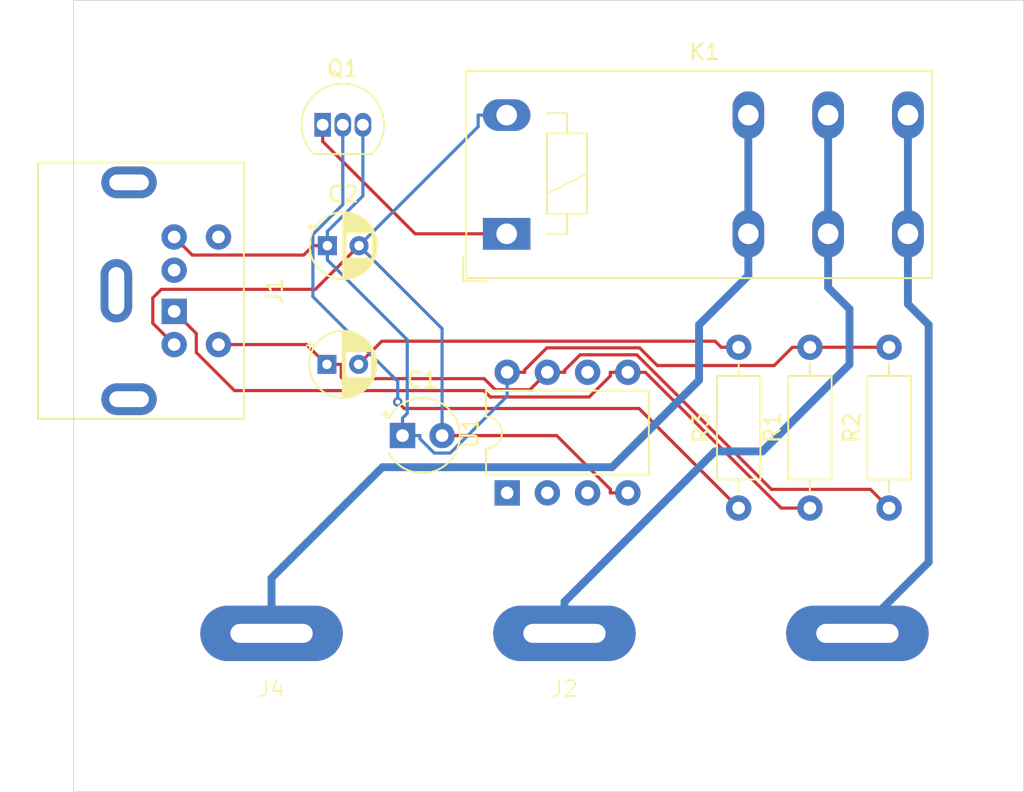
<source format=kicad_pcb>
(kicad_pcb (version 20240108) (generator "pcbnew") (generator_version "8.0")
  (layers (0 "F.Cu" signal) (31 "B.Cu" signal) (36 "B.SilkS" user "B.Silkscreen") (37 "F.SilkS" user "F.Silkscreen") (38 "B.Mask" user) (39 "F.Mask" user) (44 "Edge.Cuts" user))
  (net 0 "")
  (net 1 "Net-(Q1-E)")
  (net 2 "Net-(U1-GND)")
  (net 3 "Net-(C3-Pad2)")
  (net 4 "Net-(U1-PB2)")
  (net 6 "Net-(U1-AREF{slash}PB0)")
  (net 8 "Net-(J2-Pin_1)")
  (net 9 "Net-(J3-Pin_1)")
  (net 10 "Net-(J4-Pin_1)")
  (net 11 "Net-(Q1-C)")
  (net 12 "Net-(Q1-B)")
  (footprint "Library:Banana-Slot" (layer "F.Cu") (at 151 81.5)
    (property "Reference" "J2" (at 0 -0.5 0) (layer "F.SilkS") (effects (font (thickness 0.1))))
    (property "Value" "4mm black")
    (pad "1" thru_hole oval (at 0 -4) (size 9 3.5) (drill oval 5.2 1.2) (layers "*.Cu" "*.Mask") (net 8 "Net-(J2-Pin_1)"))
  )
  (footprint "Capacitor_THT:CP_Radial_D4.0mm_P2.00mm" (layer "F.Cu") (at 136 60.5)
    (property "Reference" "C3" (hide yes))
    (property "Value" "10u")
    (fp_line (start -1.269801 -1.195) (end -0.869801 -1.195) (stroke (width 0.12)) (layer "F.SilkS"))
    (fp_line (start -1.069801 -1.395) (end -1.069801 -0.995) (stroke (width 0.12)) (layer "F.SilkS"))
    (fp_line (start 1 -2.08) (end 1 2.08) (stroke (width 0.12)) (layer "F.SilkS"))
    (fp_line (start 1.04 -2.08) (end 1.04 2.08) (stroke (width 0.12)) (layer "F.SilkS"))
    (fp_line (start 1.08 -2.079) (end 1.08 2.079) (stroke (width 0.12)) (layer "F.SilkS"))
    (fp_line (start 1.12 -2.077) (end 1.12 2.077) (stroke (width 0.12)) (layer "F.SilkS"))
    (fp_line (start 1.16 -2.074) (end 1.16 2.074) (stroke (width 0.12)) (layer "F.SilkS"))
    (fp_line (start 1.2 -2.071) (end 1.2 -0.84) (stroke (width 0.12)) (layer "F.SilkS"))
    (fp_line (start 1.2 0.84) (end 1.2 2.071) (stroke (width 0.12)) (layer "F.SilkS"))
    (fp_line (start 1.24 -2.067) (end 1.24 -0.84) (stroke (width 0.12)) (layer "F.SilkS"))
    (fp_line (start 1.24 0.84) (end 1.24 2.067) (stroke (width 0.12)) (layer "F.SilkS"))
    (fp_line (start 1.28 -2.062) (end 1.28 -0.84) (stroke (width 0.12)) (layer "F.SilkS"))
    (fp_line (start 1.28 0.84) (end 1.28 2.062) (stroke (width 0.12)) (layer "F.SilkS"))
    (fp_line (start 1.32 -2.056) (end 1.32 -0.84) (stroke (width 0.12)) (layer "F.SilkS"))
    (fp_line (start 1.32 0.84) (end 1.32 2.056) (stroke (width 0.12)) (layer "F.SilkS"))
    (fp_line (start 1.36 -2.05) (end 1.36 -0.84) (stroke (width 0.12)) (layer "F.SilkS"))
    (fp_line (start 1.36 0.84) (end 1.36 2.05) (stroke (width 0.12)) (layer "F.SilkS"))
    (fp_line (start 1.4 -2.042) (end 1.4 -0.84) (stroke (width 0.12)) (layer "F.SilkS"))
    (fp_line (start 1.4 0.84) (end 1.4 2.042) (stroke (width 0.12)) (layer "F.SilkS"))
    (fp_line (start 1.44 -2.034) (end 1.44 -0.84) (stroke (width 0.12)) (layer "F.SilkS"))
    (fp_line (start 1.44 0.84) (end 1.44 2.034) (stroke (width 0.12)) (layer "F.SilkS"))
    (fp_line (start 1.48 -2.025) (end 1.48 -0.84) (stroke (width 0.12)) (layer "F.SilkS"))
    (fp_line (start 1.48 0.84) (end 1.48 2.025) (stroke (width 0.12)) (layer "F.SilkS"))
    (fp_line (start 1.52 -2.016) (end 1.52 -0.84) (stroke (width 0.12)) (layer "F.SilkS"))
    (fp_line (start 1.52 0.84) (end 1.52 2.016) (stroke (width 0.12)) (layer "F.SilkS"))
    (fp_line (start 1.56 -2.005) (end 1.56 -0.84) (stroke (width 0.12)) (layer "F.SilkS"))
    (fp_line (start 1.56 0.84) (end 1.56 2.005) (stroke (width 0.12)) (layer "F.SilkS"))
    (fp_line (start 1.6 -1.994) (end 1.6 -0.84) (stroke (width 0.12)) (layer "F.SilkS"))
    (fp_line (start 1.6 0.84) (end 1.6 1.994) (stroke (width 0.12)) (layer "F.SilkS"))
    (fp_line (start 1.64 -1.982) (end 1.64 -0.84) (stroke (width 0.12)) (layer "F.SilkS"))
    (fp_line (start 1.64 0.84) (end 1.64 1.982) (stroke (width 0.12)) (layer "F.SilkS"))
    (fp_line (start 1.68 -1.968) (end 1.68 -0.84) (stroke (width 0.12)) (layer "F.SilkS"))
    (fp_line (start 1.68 0.84) (end 1.68 1.968) (stroke (width 0.12)) (layer "F.SilkS"))
    (fp_line (start 1.721 -1.954) (end 1.721 -0.84) (stroke (width 0.12)) (layer "F.SilkS"))
    (fp_line (start 1.721 0.84) (end 1.721 1.954) (stroke (width 0.12)) (layer "F.SilkS"))
    (fp_line (start 1.761 -1.94) (end 1.761 -0.84) (stroke (width 0.12)) (layer "F.SilkS"))
    (fp_line (start 1.761 0.84) (end 1.761 1.94) (stroke (width 0.12)) (layer "F.SilkS"))
    (fp_line (start 1.801 -1.924) (end 1.801 -0.84) (stroke (width 0.12)) (layer "F.SilkS"))
    (fp_line (start 1.801 0.84) (end 1.801 1.924) (stroke (width 0.12)) (layer "F.SilkS"))
    (fp_line (start 1.841 -1.907) (end 1.841 -0.84) (stroke (width 0.12)) (layer "F.SilkS"))
    (fp_line (start 1.841 0.84) (end 1.841 1.907) (stroke (width 0.12)) (layer "F.SilkS"))
    (fp_line (start 1.881 -1.889) (end 1.881 -0.84) (stroke (width 0.12)) (layer "F.SilkS"))
    (fp_line (start 1.881 0.84) (end 1.881 1.889) (stroke (width 0.12)) (layer "F.SilkS"))
    (fp_line (start 1.921 -1.87) (end 1.921 -0.84) (stroke (width 0.12)) (layer "F.SilkS"))
    (fp_line (start 1.921 0.84) (end 1.921 1.87) (stroke (width 0.12)) (layer "F.SilkS"))
    (fp_line (start 1.961 -1.851) (end 1.961 -0.84) (stroke (width 0.12)) (layer "F.SilkS"))
    (fp_line (start 1.961 0.84) (end 1.961 1.851) (stroke (width 0.12)) (layer "F.SilkS"))
    (fp_line (start 2.001 -1.83) (end 2.001 -0.84) (stroke (width 0.12)) (layer "F.SilkS"))
    (fp_line (start 2.001 0.84) (end 2.001 1.83) (stroke (width 0.12)) (layer "F.SilkS"))
    (fp_line (start 2.041 -1.808) (end 2.041 -0.84) (stroke (width 0.12)) (layer "F.SilkS"))
    (fp_line (start 2.041 0.84) (end 2.041 1.808) (stroke (width 0.12)) (layer "F.SilkS"))
    (fp_line (start 2.081 -1.785) (end 2.081 -0.84) (stroke (width 0.12)) (layer "F.SilkS"))
    (fp_line (start 2.081 0.84) (end 2.081 1.785) (stroke (width 0.12)) (layer "F.SilkS"))
    (fp_line (start 2.121 -1.76) (end 2.121 -0.84) (stroke (width 0.12)) (layer "F.SilkS"))
    (fp_line (start 2.121 0.84) (end 2.121 1.76) (stroke (width 0.12)) (layer "F.SilkS"))
    (fp_line (start 2.161 -1.735) (end 2.161 -0.84) (stroke (width 0.12)) (layer "F.SilkS"))
    (fp_line (start 2.161 0.84) (end 2.161 1.735) (stroke (width 0.12)) (layer "F.SilkS"))
    (fp_line (start 2.201 -1.708) (end 2.201 -0.84) (stroke (width 0.12)) (layer "F.SilkS"))
    (fp_line (start 2.201 0.84) (end 2.201 1.708) (stroke (width 0.12)) (layer "F.SilkS"))
    (fp_line (start 2.241 -1.68) (end 2.241 -0.84) (stroke (width 0.12)) (layer "F.SilkS"))
    (fp_line (start 2.241 0.84) (end 2.241 1.68) (stroke (width 0.12)) (layer "F.SilkS"))
    (fp_line (start 2.281 -1.65) (end 2.281 -0.84) (stroke (width 0.12)) (layer "F.SilkS"))
    (fp_line (start 2.281 0.84) (end 2.281 1.65) (stroke (width 0.12)) (layer "F.SilkS"))
    (fp_line (start 2.321 -1.619) (end 2.321 -0.84) (stroke (width 0.12)) (layer "F.SilkS"))
    (fp_line (start 2.321 0.84) (end 2.321 1.619) (stroke (width 0.12)) (layer "F.SilkS"))
    (fp_line (start 2.361 -1.587) (end 2.361 -0.84) (stroke (width 0.12)) (layer "F.SilkS"))
    (fp_line (start 2.361 0.84) (end 2.361 1.587) (stroke (width 0.12)) (layer "F.SilkS"))
    (fp_line (start 2.401 -1.552) (end 2.401 -0.84) (stroke (width 0.12)) (layer "F.SilkS"))
    (fp_line (start 2.401 0.84) (end 2.401 1.552) (stroke (width 0.12)) (layer "F.SilkS"))
    (fp_line (start 2.441 -1.516) (end 2.441 -0.84) (stroke (width 0.12)) (layer "F.SilkS"))
    (fp_line (start 2.441 0.84) (end 2.441 1.516) (stroke (width 0.12)) (layer "F.SilkS"))
    (fp_line (start 2.481 -1.478) (end 2.481 -0.84) (stroke (width 0.12)) (layer "F.SilkS"))
    (fp_line (start 2.481 0.84) (end 2.481 1.478) (stroke (width 0.12)) (layer "F.SilkS"))
    (fp_line (start 2.521 -1.438) (end 2.521 -0.84) (stroke (width 0.12)) (layer "F.SilkS"))
    (fp_line (start 2.521 0.84) (end 2.521 1.438) (stroke (width 0.12)) (layer "F.SilkS"))
    (fp_line (start 2.561 -1.396) (end 2.561 -0.84) (stroke (width 0.12)) (layer "F.SilkS"))
    (fp_line (start 2.561 0.84) (end 2.561 1.396) (stroke (width 0.12)) (layer "F.SilkS"))
    (fp_line (start 2.601 -1.351) (end 2.601 -0.84) (stroke (width 0.12)) (layer "F.SilkS"))
    (fp_line (start 2.601 0.84) (end 2.601 1.351) (stroke (width 0.12)) (layer "F.SilkS"))
    (fp_line (start 2.641 -1.304) (end 2.641 -0.84) (stroke (width 0.12)) (layer "F.SilkS"))
    (fp_line (start 2.641 0.84) (end 2.641 1.304) (stroke (width 0.12)) (layer "F.SilkS"))
    (fp_line (start 2.681 -1.254) (end 2.681 -0.84) (stroke (width 0.12)) (layer "F.SilkS"))
    (fp_line (start 2.681 0.84) (end 2.681 1.254) (stroke (width 0.12)) (layer "F.SilkS"))
    (fp_line (start 2.721 -1.2) (end 2.721 -0.84) (stroke (width 0.12)) (layer "F.SilkS"))
    (fp_line (start 2.721 0.84) (end 2.721 1.2) (stroke (width 0.12)) (layer "F.SilkS"))
    (fp_line (start 2.761 -1.142) (end 2.761 -0.84) (stroke (width 0.12)) (layer "F.SilkS"))
    (fp_line (start 2.761 0.84) (end 2.761 1.142) (stroke (width 0.12)) (layer "F.SilkS"))
    (fp_line (start 2.801 -1.08) (end 2.801 -0.84) (stroke (width 0.12)) (layer "F.SilkS"))
    (fp_line (start 2.801 0.84) (end 2.801 1.08) (stroke (width 0.12)) (layer "F.SilkS"))
    (fp_line (start 2.841 -1.013) (end 2.841 1.013) (stroke (width 0.12)) (layer "F.SilkS"))
    (fp_line (start 2.881 -0.94) (end 2.881 0.94) (stroke (width 0.12)) (layer "F.SilkS"))
    (fp_line (start 2.921 -0.859) (end 2.921 0.859) (stroke (width 0.12)) (layer "F.SilkS"))
    (fp_line (start 2.961 -0.768) (end 2.961 0.768) (stroke (width 0.12)) (layer "F.SilkS"))
    (fp_line (start 3.001 -0.664) (end 3.001 0.664) (stroke (width 0.12)) (layer "F.SilkS"))
    (fp_line (start 3.041 -0.537) (end 3.041 0.537) (stroke (width 0.12)) (layer "F.SilkS"))
    (fp_line (start 3.081 -0.37) (end 3.081 0.37) (stroke (width 0.12)) (layer "F.SilkS"))
    (fp_circle (center 1 0) (end 3.12 0) (stroke (width 0.12)) (fill none) (layer "F.SilkS"))
    (pad "1" thru_hole rect (at 0 0) (size 1.2 1.2) (drill 0.6) (layers "*.Cu" "*.Mask") (net 4 "Net-(U1-PB2)"))
    (pad "2" thru_hole circle (at 2 0) (size 1.2 1.2) (drill 0.6) (layers "*.Cu" "*.Mask") (net 3 "Net-(C3-Pad2)"))
  )
  (footprint "Library:Banana-Slot" (layer "F.Cu") (at 132.5 81.5)
    (property "Reference" "J4" (at 0 -0.5 0) (layer "F.SilkS") (effects (font (thickness 0.1))))
    (property "Value" "4mm blue")
    (pad "1" thru_hole oval (at 0 -4) (size 9 3.5) (drill oval 5.2 1.2) (layers "*.Cu" "*.Mask") (net 10 "Net-(J4-Pin_1)"))
  )
  (footprint "Resistor_THT:R_Axial_DIN0207_L6.3mm_D2.5mm_P10.16mm_Horizontal" (layer "F.Cu") (at 171.5 69.58 90)
    (property "Reference" "R2" (at 5.08 -2.37 90) (layer "F.SilkS"))
    (property "Value" "5k1")
    (fp_line (start 8.35 -1.37) (end 1.81 -1.37) (stroke (width 0.12)) (layer "F.SilkS"))
    (fp_line (start 1.81 -1.37) (end 1.81 1.37) (stroke (width 0.12)) (layer "F.SilkS"))
    (fp_line (start 9.12 0) (end 8.35 0) (stroke (width 0.12)) (layer "F.SilkS"))
    (fp_line (start 1.04 0) (end 1.81 0) (stroke (width 0.12)) (layer "F.SilkS"))
    (fp_line (start 8.35 1.37) (end 8.35 -1.37) (stroke (width 0.12)) (layer "F.SilkS"))
    (fp_line (start 1.81 1.37) (end 8.35 1.37) (stroke (width 0.12)) (layer "F.SilkS"))
    (pad "1" thru_hole circle (at 0 0 90) (size 1.6 1.6) (drill 0.8) (layers "*.Cu" "*.Mask") (net 4 "Net-(U1-PB2)"))
    (pad "2" thru_hole oval (at 10.16 0 90) (size 1.6 1.6) (drill 0.8) (layers "*.Cu" "*.Mask") (net 1 "Net-(Q1-E)"))
  )
  (footprint "Package_TO_SOT_THT:TO-92_Inline" (layer "F.Cu") (at 135.73 45.36)
    (property "Reference" "Q1" (at 1.27 -3.56 0) (layer "F.SilkS"))
    (property "Value" "BC557")
    (fp_line (start -0.53 1.85) (end 3.07 1.85) (stroke (width 0.12)) (layer "F.SilkS"))
    (fp_arc (start -0.568478 1.838478) (mid -1.132087 -0.994977) (end 1.27 -2.6) (stroke (width 0.12)) (layer "F.SilkS"))
    (fp_arc (start 1.27 -2.6) (mid 3.672087 -0.994977) (end 3.108478 1.838478) (stroke (width 0.12)) (layer "F.SilkS"))
    (pad "1" thru_hole rect (at 0 0) (size 1.05 1.5) (drill 0.75) (layers "*.Cu" "*.Mask") (net 11 "Net-(Q1-C)"))
    (pad "2" thru_hole oval (at 1.27 0) (size 1.05 1.5) (drill 0.75) (layers "*.Cu" "*.Mask") (net 12 "Net-(Q1-B)"))
    (pad "3" thru_hole oval (at 2.54 0) (size 1.05 1.5) (drill 0.75) (layers "*.Cu" "*.Mask") (net 1 "Net-(Q1-E)"))
  )
  (footprint "Capacitor_THT:CP_Radial_Tantal_D4.5mm_P2.50mm" (layer "F.Cu") (at 140.7711 65)
    (property "Reference" "C1" (at 1.25 -3.5 0) (layer "F.SilkS"))
    (property "Value" "100n")
    (fp_line (start -1.287288 -1.335) (end -0.837288 -1.335) (stroke (width 0.12)) (layer "F.SilkS"))
    (fp_line (start -1.062288 -1.56) (end -1.062288 -1.11) (stroke (width 0.12)) (layer "F.SilkS"))
    (fp_arc (start -0.869741 -1.06) (mid 3.62 0) (end -0.869741 1.06) (stroke (width 0.12)) (layer "F.SilkS"))
    (pad "1" thru_hole rect (at 0 0) (size 1.6 1.6) (drill 0.8) (layers "*.Cu" "*.Mask") (net 1 "Net-(Q1-E)"))
    (pad "2" thru_hole circle (at 2.5 0) (size 1.6 1.6) (drill 0.8) (layers "*.Cu" "*.Mask") (net 2 "Net-(U1-GND)"))
  )
  (footprint "Library:Banana-Slot" (layer "F.Cu") (at 169.5 81.5)
    (property "Reference" "J3" (hide yes))
    (property "Value" "4mm red")
    (pad "1" thru_hole oval (at 0 -4) (size 9 3.5) (drill oval 5.2 1.2) (layers "*.Cu" "*.Mask") (net 9 "Net-(J3-Pin_1)"))
  )
  (footprint "Capacitor_THT:CP_Radial_D4.0mm_P2.00mm" (layer "F.Cu") (at 136.0274 53)
    (property "Reference" "C2" (at 1 -3.25 0) (layer "F.SilkS"))
    (property "Value" "10u")
    (fp_line (start -1.269801 -1.195) (end -0.869801 -1.195) (stroke (width 0.12)) (layer "F.SilkS"))
    (fp_line (start -1.069801 -1.395) (end -1.069801 -0.995) (stroke (width 0.12)) (layer "F.SilkS"))
    (fp_line (start 1 -2.08) (end 1 2.08) (stroke (width 0.12)) (layer "F.SilkS"))
    (fp_line (start 1.04 -2.08) (end 1.04 2.08) (stroke (width 0.12)) (layer "F.SilkS"))
    (fp_line (start 1.08 -2.079) (end 1.08 2.079) (stroke (width 0.12)) (layer "F.SilkS"))
    (fp_line (start 1.12 -2.077) (end 1.12 2.077) (stroke (width 0.12)) (layer "F.SilkS"))
    (fp_line (start 1.16 -2.074) (end 1.16 2.074) (stroke (width 0.12)) (layer "F.SilkS"))
    (fp_line (start 1.2 -2.071) (end 1.2 -0.84) (stroke (width 0.12)) (layer "F.SilkS"))
    (fp_line (start 1.2 0.84) (end 1.2 2.071) (stroke (width 0.12)) (layer "F.SilkS"))
    (fp_line (start 1.24 -2.067) (end 1.24 -0.84) (stroke (width 0.12)) (layer "F.SilkS"))
    (fp_line (start 1.24 0.84) (end 1.24 2.067) (stroke (width 0.12)) (layer "F.SilkS"))
    (fp_line (start 1.28 -2.062) (end 1.28 -0.84) (stroke (width 0.12)) (layer "F.SilkS"))
    (fp_line (start 1.28 0.84) (end 1.28 2.062) (stroke (width 0.12)) (layer "F.SilkS"))
    (fp_line (start 1.32 -2.056) (end 1.32 -0.84) (stroke (width 0.12)) (layer "F.SilkS"))
    (fp_line (start 1.32 0.84) (end 1.32 2.056) (stroke (width 0.12)) (layer "F.SilkS"))
    (fp_line (start 1.36 -2.05) (end 1.36 -0.84) (stroke (width 0.12)) (layer "F.SilkS"))
    (fp_line (start 1.36 0.84) (end 1.36 2.05) (stroke (width 0.12)) (layer "F.SilkS"))
    (fp_line (start 1.4 -2.042) (end 1.4 -0.84) (stroke (width 0.12)) (layer "F.SilkS"))
    (fp_line (start 1.4 0.84) (end 1.4 2.042) (stroke (width 0.12)) (layer "F.SilkS"))
    (fp_line (start 1.44 -2.034) (end 1.44 -0.84) (stroke (width 0.12)) (layer "F.SilkS"))
    (fp_line (start 1.44 0.84) (end 1.44 2.034) (stroke (width 0.12)) (layer "F.SilkS"))
    (fp_line (start 1.48 -2.025) (end 1.48 -0.84) (stroke (width 0.12)) (layer "F.SilkS"))
    (fp_line (start 1.48 0.84) (end 1.48 2.025) (stroke (width 0.12)) (layer "F.SilkS"))
    (fp_line (start 1.52 -2.016) (end 1.52 -0.84) (stroke (width 0.12)) (layer "F.SilkS"))
    (fp_line (start 1.52 0.84) (end 1.52 2.016) (stroke (width 0.12)) (layer "F.SilkS"))
    (fp_line (start 1.56 -2.005) (end 1.56 -0.84) (stroke (width 0.12)) (layer "F.SilkS"))
    (fp_line (start 1.56 0.84) (end 1.56 2.005) (stroke (width 0.12)) (layer "F.SilkS"))
    (fp_line (start 1.6 -1.994) (end 1.6 -0.84) (stroke (width 0.12)) (layer "F.SilkS"))
    (fp_line (start 1.6 0.84) (end 1.6 1.994) (stroke (width 0.12)) (layer "F.SilkS"))
    (fp_line (start 1.64 -1.982) (end 1.64 -0.84) (stroke (width 0.12)) (layer "F.SilkS"))
    (fp_line (start 1.64 0.84) (end 1.64 1.982) (stroke (width 0.12)) (layer "F.SilkS"))
    (fp_line (start 1.68 -1.968) (end 1.68 -0.84) (stroke (width 0.12)) (layer "F.SilkS"))
    (fp_line (start 1.68 0.84) (end 1.68 1.968) (stroke (width 0.12)) (layer "F.SilkS"))
    (fp_line (start 1.721 -1.954) (end 1.721 -0.84) (stroke (width 0.12)) (layer "F.SilkS"))
    (fp_line (start 1.721 0.84) (end 1.721 1.954) (stroke (width 0.12)) (layer "F.SilkS"))
    (fp_line (start 1.761 -1.94) (end 1.761 -0.84) (stroke (width 0.12)) (layer "F.SilkS"))
    (fp_line (start 1.761 0.84) (end 1.761 1.94) (stroke (width 0.12)) (layer "F.SilkS"))
    (fp_line (start 1.801 -1.924) (end 1.801 -0.84) (stroke (width 0.12)) (layer "F.SilkS"))
    (fp_line (start 1.801 0.84) (end 1.801 1.924) (stroke (width 0.12)) (layer "F.SilkS"))
    (fp_line (start 1.841 -1.907) (end 1.841 -0.84) (stroke (width 0.12)) (layer "F.SilkS"))
    (fp_line (start 1.841 0.84) (end 1.841 1.907) (stroke (width 0.12)) (layer "F.SilkS"))
    (fp_line (start 1.881 -1.889) (end 1.881 -0.84) (stroke (width 0.12)) (layer "F.SilkS"))
    (fp_line (start 1.881 0.84) (end 1.881 1.889) (stroke (width 0.12)) (layer "F.SilkS"))
    (fp_line (start 1.921 -1.87) (end 1.921 -0.84) (stroke (width 0.12)) (layer "F.SilkS"))
    (fp_line (start 1.921 0.84) (end 1.921 1.87) (stroke (width 0.12)) (layer "F.SilkS"))
    (fp_line (start 1.961 -1.851) (end 1.961 -0.84) (stroke (width 0.12)) (layer "F.SilkS"))
    (fp_line (start 1.961 0.84) (end 1.961 1.851) (stroke (width 0.12)) (layer "F.SilkS"))
    (fp_line (start 2.001 -1.83) (end 2.001 -0.84) (stroke (width 0.12)) (layer "F.SilkS"))
    (fp_line (start 2.001 0.84) (end 2.001 1.83) (stroke (width 0.12)) (layer "F.SilkS"))
    (fp_line (start 2.041 -1.808) (end 2.041 -0.84) (stroke (width 0.12)) (layer "F.SilkS"))
    (fp_line (start 2.041 0.84) (end 2.041 1.808) (stroke (width 0.12)) (layer "F.SilkS"))
    (fp_line (start 2.081 -1.785) (end 2.081 -0.84) (stroke (width 0.12)) (layer "F.SilkS"))
    (fp_line (start 2.081 0.84) (end 2.081 1.785) (stroke (width 0.12)) (layer "F.SilkS"))
    (fp_line (start 2.121 -1.76) (end 2.121 -0.84) (stroke (width 0.12)) (layer "F.SilkS"))
    (fp_line (start 2.121 0.84) (end 2.121 1.76) (stroke (width 0.12)) (layer "F.SilkS"))
    (fp_line (start 2.161 -1.735) (end 2.161 -0.84) (stroke (width 0.12)) (layer "F.SilkS"))
    (fp_line (start 2.161 0.84) (end 2.161 1.735) (stroke (width 0.12)) (layer "F.SilkS"))
    (fp_line (start 2.201 -1.708) (end 2.201 -0.84) (stroke (width 0.12)) (layer "F.SilkS"))
    (fp_line (start 2.201 0.84) (end 2.201 1.708) (stroke (width 0.12)) (layer "F.SilkS"))
    (fp_line (start 2.241 -1.68) (end 2.241 -0.84) (stroke (width 0.12)) (layer "F.SilkS"))
    (fp_line (start 2.241 0.84) (end 2.241 1.68) (stroke (width 0.12)) (layer "F.SilkS"))
    (fp_line (start 2.281 -1.65) (end 2.281 -0.84) (stroke (width 0.12)) (layer "F.SilkS"))
    (fp_line (start 2.281 0.84) (end 2.281 1.65) (stroke (width 0.12)) (layer "F.SilkS"))
    (fp_line (start 2.321 -1.619) (end 2.321 -0.84) (stroke (width 0.12)) (layer "F.SilkS"))
    (fp_line (start 2.321 0.84) (end 2.321 1.619) (stroke (width 0.12)) (layer "F.SilkS"))
    (fp_line (start 2.361 -1.587) (end 2.361 -0.84) (stroke (width 0.12)) (layer "F.SilkS"))
    (fp_line (start 2.361 0.84) (end 2.361 1.587) (stroke (width 0.12)) (layer "F.SilkS"))
    (fp_line (start 2.401 -1.552) (end 2.401 -0.84) (stroke (width 0.12)) (layer "F.SilkS"))
    (fp_line (start 2.401 0.84) (end 2.401 1.552) (stroke (width 0.12)) (layer "F.SilkS"))
    (fp_line (start 2.441 -1.516) (end 2.441 -0.84) (stroke (width 0.12)) (layer "F.SilkS"))
    (fp_line (start 2.441 0.84) (end 2.441 1.516) (stroke (width 0.12)) (layer "F.SilkS"))
    (fp_line (start 2.481 -1.478) (end 2.481 -0.84) (stroke (width 0.12)) (layer "F.SilkS"))
    (fp_line (start 2.481 0.84) (end 2.481 1.478) (stroke (width 0.12)) (layer "F.SilkS"))
    (fp_line (start 2.521 -1.438) (end 2.521 -0.84) (stroke (width 0.12)) (layer "F.SilkS"))
    (fp_line (start 2.521 0.84) (end 2.521 1.438) (stroke (width 0.12)) (layer "F.SilkS"))
    (fp_line (start 2.561 -1.396) (end 2.561 -0.84) (stroke (width 0.12)) (layer "F.SilkS"))
    (fp_line (start 2.561 0.84) (end 2.561 1.396) (stroke (width 0.12)) (layer "F.SilkS"))
    (fp_line (start 2.601 -1.351) (end 2.601 -0.84) (stroke (width 0.12)) (layer "F.SilkS"))
    (fp_line (start 2.601 0.84) (end 2.601 1.351) (stroke (width 0.12)) (layer "F.SilkS"))
    (fp_line (start 2.641 -1.304) (end 2.641 -0.84) (stroke (width 0.12)) (layer "F.SilkS"))
    (fp_line (start 2.641 0.84) (end 2.641 1.304) (stroke (width 0.12)) (layer "F.SilkS"))
    (fp_line (start 2.681 -1.254) (end 2.681 -0.84) (stroke (width 0.12)) (layer "F.SilkS"))
    (fp_line (start 2.681 0.84) (end 2.681 1.254) (stroke (width 0.12)) (layer "F.SilkS"))
    (fp_line (start 2.721 -1.2) (end 2.721 -0.84) (stroke (width 0.12)) (layer "F.SilkS"))
    (fp_line (start 2.721 0.84) (end 2.721 1.2) (stroke (width 0.12)) (layer "F.SilkS"))
    (fp_line (start 2.761 -1.142) (end 2.761 -0.84) (stroke (width 0.12)) (layer "F.SilkS"))
    (fp_line (start 2.761 0.84) (end 2.761 1.142) (stroke (width 0.12)) (layer "F.SilkS"))
    (fp_line (start 2.801 -1.08) (end 2.801 -0.84) (stroke (width 0.12)) (layer "F.SilkS"))
    (fp_line (start 2.801 0.84) (end 2.801 1.08) (stroke (width 0.12)) (layer "F.SilkS"))
    (fp_line (start 2.841 -1.013) (end 2.841 1.013) (stroke (width 0.12)) (layer "F.SilkS"))
    (fp_line (start 2.881 -0.94) (end 2.881 0.94) (stroke (width 0.12)) (layer "F.SilkS"))
    (fp_line (start 2.921 -0.859) (end 2.921 0.859) (stroke (width 0.12)) (layer "F.SilkS"))
    (fp_line (start 2.961 -0.768) (end 2.961 0.768) (stroke (width 0.12)) (layer "F.SilkS"))
    (fp_line (start 3.001 -0.664) (end 3.001 0.664) (stroke (width 0.12)) (layer "F.SilkS"))
    (fp_line (start 3.041 -0.537) (end 3.041 0.537) (stroke (width 0.12)) (layer "F.SilkS"))
    (fp_line (start 3.081 -0.37) (end 3.081 0.37) (stroke (width 0.12)) (layer "F.SilkS"))
    (fp_circle (center 1 0) (end 3.12 0) (stroke (width 0.12)) (fill none) (layer "F.SilkS"))
    (pad "1" thru_hole rect (at 0 0) (size 1.2 1.2) (drill 0.6) (layers "*.Cu" "*.Mask") (net 1 "Net-(Q1-E)"))
    (pad "2" thru_hole circle (at 2 0) (size 1.2 1.2) (drill 0.6) (layers "*.Cu" "*.Mask") (net 2 "Net-(U1-GND)"))
  )
  (footprint "MiniDIN:Connector_Mini-DIN_Female_6Pin_2rows" (layer "F.Cu") (at 126.35 57.15 -90)
    (property "Reference" "J1" (at -1.27 -6.35 90) (layer "F.SilkS"))
    (property "Value" "Mini-DIN-6")
    (fp_line (start -9.4 8.6) (end 6.8 8.6) (stroke (width 0.12)) (layer "F.SilkS"))
    (fp_line (start -9.4 -4.4) (end -9.4 8.6) (stroke (width 0.12)) (layer "F.SilkS"))
    (fp_line (start -9.4 -4.4) (end 6.8 -4.4) (stroke (width 0.12)) (layer "F.SilkS"))
    (fp_line (start 6.8 -4.4) (end 6.8 8.6) (stroke (width 0.12)) (layer "F.SilkS"))
    (pad "1" thru_hole rect (at 0 0 270) (size 1.6 1.6) (drill 0.8) (layers "*.Cu" "*.Mask") (net 6 "Net-(U1-AREF{slash}PB0)"))
    (pad "2" thru_hole circle (at -2.6 0 270) (size 1.6 1.6) (drill 0.8) (layers "*.Cu" "*.Mask"))
    (pad "3" thru_hole circle (at 2.1 0 270) (size 1.6 1.6) (drill 0.8) (layers "*.Cu" "*.Mask") (net 2 "Net-(U1-GND)"))
    (pad "4" thru_hole circle (at -4.7 0 270) (size 1.6 1.6) (drill 0.8) (layers "*.Cu" "*.Mask") (net 1 "Net-(Q1-E)"))
    (pad "5" thru_hole circle (at 2.1 -2.8 270) (size 1.6 1.6) (drill 0.8) (layers "*.Cu" "*.Mask") (net 4 "Net-(U1-PB2)"))
    (pad "6" thru_hole circle (at -4.7 -2.8 270) (size 1.6 1.6) (drill 0.8) (layers "*.Cu" "*.Mask"))
    (pad "7" thru_hole oval (at -8.15 2.85 270) (size 2 3.5) (drill oval 1 2.5) (layers "*.Cu" "*.Mask"))
    (pad "7" thru_hole oval (at -1.3 3.65 270) (size 4 2) (drill oval 3 1) (layers "*.Cu" "*.Mask"))
    (pad "7" thru_hole oval (at 5.55 2.85 270) (size 2 3.5) (drill oval 1 2.5) (layers "*.Cu" "*.Mask"))
  )
  (footprint "Package_DIP:DIP-8_W7.62mm" (layer "F.Cu") (at 147.38 68.62 90)
    (property "Reference" "U1" (at 3.81 -2.33 90) (layer "F.SilkS"))
    (property "Value" "ATtiny25-20P")
    (fp_line (start 6.46 -1.33) (end 4.81 -1.33) (stroke (width 0.12)) (layer "F.SilkS"))
    (fp_line (start 2.81 -1.33) (end 1.16 -1.33) (stroke (width 0.12)) (layer "F.SilkS"))
    (fp_line (start 1.16 -1.33) (end 1.16 8.95) (stroke (width 0.12)) (layer "F.SilkS"))
    (fp_line (start 6.46 8.95) (end 6.46 -1.33) (stroke (width 0.12)) (layer "F.SilkS"))
    (fp_line (start 1.16 8.95) (end 6.46 8.95) (stroke (width 0.12)) (layer "F.SilkS"))
    (fp_arc (start 4.81 -1.33) (mid 3.81 -0.33) (end 2.81 -1.33) (stroke (width 0.12)) (layer "F.SilkS"))
    (pad "1" thru_hole rect (at 0 0 90) (size 1.6 1.6) (drill 0.8) (layers "*.Cu" "*.Mask"))
    (pad "2" thru_hole oval (at 0 2.54 90) (size 1.6 1.6) (drill 0.8) (layers "*.Cu" "*.Mask"))
    (pad "3" thru_hole oval (at 0 5.08 90) (size 1.6 1.6) (drill 0.8) (layers "*.Cu" "*.Mask"))
    (pad "4" thru_hole oval (at 0 7.62 90) (size 1.6 1.6) (drill 0.8) (layers "*.Cu" "*.Mask") (net 2 "Net-(U1-GND)"))
    (pad "5" thru_hole oval (at 7.62 7.62 90) (size 1.6 1.6) (drill 0.8) (layers "*.Cu" "*.Mask") (net 6 "Net-(U1-AREF{slash}PB0)"))
    (pad "6" thru_hole oval (at 7.62 5.08 90) (size 1.6 1.6) (drill 0.8) (layers "*.Cu" "*.Mask"))
    (pad "7" thru_hole oval (at 7.62 2.54 90) (size 1.6 1.6) (drill 0.8) (layers "*.Cu" "*.Mask") (net 4 "Net-(U1-PB2)"))
    (pad "8" thru_hole oval (at 7.62 0 90) (size 1.6 1.6) (drill 0.8) (layers "*.Cu" "*.Mask") (net 1 "Net-(Q1-E)"))
  )
  (footprint "Resistor_THT:R_Axial_DIN0207_L6.3mm_D2.5mm_P10.16mm_Horizontal" (layer "F.Cu") (at 162 69.58 90)
    (property "Reference" "R3" (at 5.08 -2.37 90) (layer "F.SilkS"))
    (property "Value" "1k")
    (fp_line (start 8.35 -1.37) (end 1.81 -1.37) (stroke (width 0.12)) (layer "F.SilkS"))
    (fp_line (start 1.81 -1.37) (end 1.81 1.37) (stroke (width 0.12)) (layer "F.SilkS"))
    (fp_line (start 9.12 0) (end 8.35 0) (stroke (width 0.12)) (layer "F.SilkS"))
    (fp_line (start 1.04 0) (end 1.81 0) (stroke (width 0.12)) (layer "F.SilkS"))
    (fp_line (start 8.35 1.37) (end 8.35 -1.37) (stroke (width 0.12)) (layer "F.SilkS"))
    (fp_line (start 1.81 1.37) (end 8.35 1.37) (stroke (width 0.12)) (layer "F.SilkS"))
    (pad "1" thru_hole circle (at 0 0 90) (size 1.6 1.6) (drill 0.8) (layers "*.Cu" "*.Mask") (net 12 "Net-(Q1-B)"))
    (pad "2" thru_hole oval (at 10.16 0 90) (size 1.6 1.6) (drill 0.8) (layers "*.Cu" "*.Mask") (net 3 "Net-(C3-Pad2)"))
  )
  (footprint "Relay_THT:Relay_SPDT_Schrack-RT1-16A-FormC_RM5mm" (layer "F.Cu") (at 147.35 52.25)
    (property "Reference" "K1" (at 12.5 -11.5 0) (layer "F.SilkS"))
    (property "Value" "RT314A05")
    (fp_line (start -2.75 1.5) (end -2.75 3) (stroke (width 0.12)) (layer "F.SilkS"))
    (fp_line (start -2.75 3) (end -1.25 3) (stroke (width 0.12)) (layer "F.SilkS"))
    (fp_line (start -2.55 -10.3) (end -2.55 2.8) (stroke (width 0.12)) (layer "F.SilkS"))
    (fp_line (start -2.55 2.8) (end 26.85 2.8) (stroke (width 0.12)) (layer "F.SilkS"))
    (fp_line (start 2.54 -6.35) (end 2.54 -1.27) (stroke (width 0.12)) (layer "F.SilkS"))
    (fp_line (start 2.54 -2.54) (end 5.08 -3.81) (stroke (width 0.1)) (layer "F.SilkS"))
    (fp_line (start 2.54 -1.27) (end 3.81 -1.27) (stroke (width 0.12)) (layer "F.SilkS"))
    (fp_line (start 2.54 0) (end 3.81 0) (stroke (width 0.12)) (layer "F.SilkS"))
    (fp_line (start 3.81 -7.62) (end 2.54 -7.62) (stroke (width 0.12)) (layer "F.SilkS"))
    (fp_line (start 3.81 -6.35) (end 3.81 -7.62) (stroke (width 0.12)) (layer "F.SilkS"))
    (fp_line (start 3.81 -1.27) (end 5.08 -1.27) (stroke (width 0.12)) (layer "F.SilkS"))
    (fp_line (start 3.81 0) (end 3.81 -1.27) (stroke (width 0.12)) (layer "F.SilkS"))
    (fp_line (start 5.08 -6.35) (end 2.54 -6.35) (stroke (width 0.12)) (layer "F.SilkS"))
    (fp_line (start 5.08 -1.27) (end 5.08 -6.35) (stroke (width 0.12)) (layer "F.SilkS"))
    (fp_line (start 26.85 -10.3) (end -2.55 -10.3) (stroke (width 0.12)) (layer "F.SilkS"))
    (fp_line (start 26.85 2.8) (end 26.85 -10.3) (stroke (width 0.12)) (layer "F.SilkS"))
    (pad "11" thru_hole oval (at 20.3 -7.5 180) (size 2 3) (drill 1.3) (layers "*.Cu" "*.Mask") (net 8 "Net-(J2-Pin_1)"))
    (pad "11" thru_hole oval (at 20.3 0 180) (size 2 3) (drill 1.3) (layers "*.Cu" "*.Mask") (net 8 "Net-(J2-Pin_1)"))
    (pad "12" thru_hole oval (at 15.26 -7.5 180) (size 2 3) (drill 1.3) (layers "*.Cu" "*.Mask") (net 10 "Net-(J4-Pin_1)"))
    (pad "12" thru_hole oval (at 15.26 0 180) (size 2 3) (drill 1.3) (layers "*.Cu" "*.Mask") (net 10 "Net-(J4-Pin_1)"))
    (pad "14" thru_hole oval (at 25.34 -7.5 180) (size 2 3) (drill 1.3) (layers "*.Cu" "*.Mask") (net 9 "Net-(J3-Pin_1)"))
    (pad "14" thru_hole oval (at 25.34 0 180) (size 2 3) (drill 1.3) (layers "*.Cu" "*.Mask") (net 9 "Net-(J3-Pin_1)"))
    (pad "A1" thru_hole rect (at 0 0 180) (size 3 2) (drill 1.3) (layers "*.Cu" "*.Mask") (net 11 "Net-(Q1-C)"))
    (pad "A2" thru_hole oval (at 0 -7.5 180) (size 3 2) (drill 1.3) (layers "*.Cu" "*.Mask") (net 2 "Net-(U1-GND)"))
  )
  (footprint "Resistor_THT:R_Axial_DIN0207_L6.3mm_D2.5mm_P10.16mm_Horizontal" (layer "F.Cu") (at 166.5 69.58 90)
    (property "Reference" "R1" (at 5.08 -2.37 90) (layer "F.SilkS"))
    (property "Value" "5k1")
    (fp_line (start 8.35 -1.37) (end 1.81 -1.37) (stroke (width 0.12)) (layer "F.SilkS"))
    (fp_line (start 1.81 -1.37) (end 1.81 1.37) (stroke (width 0.12)) (layer "F.SilkS"))
    (fp_line (start 9.12 0) (end 8.35 0) (stroke (width 0.12)) (layer "F.SilkS"))
    (fp_line (start 1.04 0) (end 1.81 0) (stroke (width 0.12)) (layer "F.SilkS"))
    (fp_line (start 8.35 1.37) (end 8.35 -1.37) (stroke (width 0.12)) (layer "F.SilkS"))
    (fp_line (start 1.81 1.37) (end 8.35 1.37) (stroke (width 0.12)) (layer "F.SilkS"))
    (pad "1" thru_hole circle (at 0 0 90) (size 1.6 1.6) (drill 0.8) (layers "*.Cu" "*.Mask") (net 6 "Net-(U1-AREF{slash}PB0)"))
    (pad "2" thru_hole oval (at 10.16 0 90) (size 1.6 1.6) (drill 0.8) (layers "*.Cu" "*.Mask") (net 1 "Net-(Q1-E)"))
  )
  (gr_rect (start 120 37.5) (end 180 87.5) (stroke (width 0.05)) (fill none) (layer "Edge.Cuts"))
  (segment (start 149.8857 59.4583) (end 148.4817 60.8623) (width 0.2) (layer "F.Cu") (net 1))
  (segment (start 136.0274 53) (end 135.1257 53) (width 0.2) (layer "F.Cu") (net 1))
  (segment (start 155.7454 59.4583) (end 149.8857 59.4583) (width 0.2) (layer "F.Cu") (net 1))
  (segment (start 134.5325 53.5932) (end 127.4932 53.5932) (width 0.2) (layer "F.Cu") (net 1))
  (segment (start 164.2433 60.575) (end 156.8621 60.575) (width 0.2) (layer "F.Cu") (net 1))
  (segment (start 148.4817 60.8623) (end 148.4817 61) (width 0.2) (layer "F.Cu") (net 1))
  (segment (start 165.3983 59.42) (end 164.2433 60.575) (width 0.2) (layer "F.Cu") (net 1))
  (segment (start 135.1257 53) (end 134.5325 53.5932) (width 0.2) (layer "F.Cu") (net 1))
  (segment (start 166.5 59.42) (end 171.5 59.42) (width 0.2) (layer "F.Cu") (net 1))
  (segment (start 147.38 61) (end 148.4817 61) (width 0.2) (layer "F.Cu") (net 1))
  (segment (start 156.8621 60.575) (end 155.7454 59.4583) (width 0.2) (layer "F.Cu") (net 1))
  (segment (start 166.5 59.42) (end 165.3983 59.42) (width 0.2) (layer "F.Cu") (net 1))
  (segment (start 127.4932 53.5932) (end 126.35 52.45) (width 0.2) (layer "F.Cu") (net 1))
  (segment (start 142.7731 66.1023) (end 141.8728 65.202) (width 0.2) (layer "B.Cu") (net 1))
  (segment (start 140.7711 63.8983) (end 141.0702 63.5992) (width 0.2) (layer "B.Cu") (net 1))
  (segment (start 138.27 49.8557) (end 136.0274 52.0983) (width 0.2) (layer "B.Cu") (net 1))
  (segment (start 136.0274 53) (end 136.0274 53.9017) (width 0.2) (layer "B.Cu") (net 1))
  (segment (start 141.8728 65.202) (end 141.8728 65) (width 0.2) (layer "B.Cu") (net 1))
  (segment (start 147.38 62.5084) (end 143.7861 66.1023) (width 0.2) (layer "B.Cu") (net 1))
  (segment (start 140.7711 65) (end 141.8728 65) (width 0.2) (layer "B.Cu") (net 1))
  (segment (start 143.7861 66.1023) (end 142.7731 66.1023) (width 0.2) (layer "B.Cu") (net 1))
  (segment (start 147.38 61) (end 147.38 62.5084) (width 0.2) (layer "B.Cu") (net 1))
  (segment (start 136.0274 53) (end 136.0274 52.0983) (width 0.2) (layer "B.Cu") (net 1))
  (segment (start 140.7711 65) (end 140.7711 63.8983) (width 0.2) (layer "B.Cu") (net 1))
  (segment (start 141.0702 58.9445) (end 136.0274 53.9017) (width 0.2) (layer "B.Cu") (net 1))
  (segment (start 138.27 45.36) (end 138.27 49.8557) (width 0.2) (layer "B.Cu") (net 1))
  (segment (start 141.0702 63.5992) (end 141.0702 58.9445) (width 0.2) (layer "B.Cu") (net 1))
  (segment (start 143.2711 65) (end 150.5066 65) (width 0.2) (layer "F.Cu") (net 2))
  (segment (start 150.5066 65) (end 153.8983 68.3917) (width 0.2) (layer "F.Cu") (net 2))
  (segment (start 153.8983 68.3917) (end 153.8983 68.62) (width 0.2) (layer "F.Cu") (net 2))
  (segment (start 138.0274 53) (end 135.2679 55.7595) (width 0.2) (layer "F.Cu") (net 2))
  (segment (start 135.2679 55.7595) (end 125.5405 55.7595) (width 0.2) (layer "F.Cu") (net 2))
  (segment (start 125.5405 55.7595) (end 125 56.3) (width 0.2) (layer "F.Cu") (net 2))
  (segment (start 155 68.62) (end 153.8983 68.62) (width 0.2) (layer "F.Cu") (net 2))
  (segment (start 125 56.3) (end 125 57.9) (width 0.2) (layer "F.Cu") (net 2))
  (segment (start 125 57.9) (end 126.35 59.25) (width 0.2) (layer "F.Cu") (net 2))
  (segment (start 143.2711 65) (end 143.2711 58.2437) (width 0.2) (layer "B.Cu") (net 2))
  (segment (start 145.5483 45.4791) (end 138.0274 53) (width 0.2) (layer "B.Cu") (net 2))
  (segment (start 147.35 44.75) (end 145.5483 44.75) (width 0.2) (layer "B.Cu") (net 2))
  (segment (start 145.5483 44.75) (end 145.5483 45.4791) (width 0.2) (layer "B.Cu") (net 2))
  (segment (start 143.2711 58.2437) (end 138.0274 53) (width 0.2) (layer "B.Cu") (net 2))
  (segment (start 139.4626 59.0374) (end 138 60.5) (width 0.2) (layer "F.Cu") (net 3))
  (segment (start 160.8983 59.42) (end 160.5157 59.0374) (width 0.2) (layer "F.Cu") (net 3))
  (segment (start 162 59.42) (end 160.8983 59.42) (width 0.2) (layer "F.Cu") (net 3))
  (segment (start 160.5157 59.0374) (end 139.4626 59.0374) (width 0.2) (layer "F.Cu") (net 3))
  (segment (start 151.9856 59.8983) (end 155.5681 59.8983) (width 0.2) (layer "F.Cu") (net 4))
  (segment (start 136.9017 61.3136) (end 136.9898 61.4017) (width 0.2) (layer "F.Cu") (net 4))
  (segment (start 151.0217 61) (end 151.0217 60.8622) (width 0.2) (layer "F.Cu") (net 4))
  (segment (start 136.9017 60.5) (end 136.9017 61.3136) (width 0.2) (layer "F.Cu") (net 4))
  (segment (start 155.5681 59.8983) (end 164.0696 68.3998) (width 0.2) (layer "F.Cu") (net 4))
  (segment (start 170.3198 68.3998) (end 171.5 69.58) (width 0.2) (layer "F.Cu") (net 4))
  (segment (start 135.9568 60.5) (end 134.7068 59.25) (width 0.2) (layer "F.Cu") (net 4))
  (segment (start 164.0696 68.3998) (end 170.3198 68.3998) (width 0.2) (layer "F.Cu") (net 4))
  (segment (start 145.9239 61.4017) (end 146.63 62.1078) (width 0.2) (layer "F.Cu") (net 4))
  (segment (start 136.9898 61.4017) (end 145.9239 61.4017) (width 0.2) (layer "F.Cu") (net 4))
  (segment (start 151.0217 60.8622) (end 151.9856 59.8983) (width 0.2) (layer "F.Cu") (net 4))
  (segment (start 136 60.5) (end 135.9568 60.5) (width 0.2) (layer "F.Cu") (net 4))
  (segment (start 149.92 61) (end 151.0217 61) (width 0.2) (layer "F.Cu") (net 4))
  (segment (start 146.63 62.1078) (end 148.8122 62.1078) (width 0.2) (layer "F.Cu") (net 4))
  (segment (start 136 60.5) (end 136.9017 60.5) (width 0.2) (layer "F.Cu") (net 4))
  (segment (start 148.8122 62.1078) (end 149.92 61) (width 0.2) (layer "F.Cu") (net 4))
  (segment (start 134.7068 59.25) (end 129.15 59.25) (width 0.2) (layer "F.Cu") (net 4))
  (segment (start 164.6817 69.58) (end 166.5 69.58) (width 0.2) (layer "F.Cu") (net 6))
  (segment (start 153.8983 61.2283) (end 153.8983 61) (width 0.2) (layer "F.Cu") (net 6))
  (segment (start 130.1578 62.1578) (end 145.9118 62.1578) (width 0.2) (layer "F.Cu") (net 6))
  (segment (start 153.8983 61) (end 155 61) (width 0.2) (layer "F.Cu") (net 6))
  (segment (start 152.5671 62.5595) (end 153.8983 61.2283) (width 0.2) (layer "F.Cu") (net 6))
  (segment (start 126.35 57.15) (end 127.7501 58.5501) (width 0.2) (layer "F.Cu") (net 6))
  (segment (start 155 61) (end 156.1017 61) (width 0.2) (layer "F.Cu") (net 6))
  (segment (start 127.7501 58.5501) (end 127.7501 59.7501) (width 0.2) (layer "F.Cu") (net 6))
  (segment (start 156.1017 61) (end 164.6817 69.58) (width 0.2) (layer "F.Cu") (net 6))
  (segment (start 146.3135 62.5595) (end 152.5671 62.5595) (width 0.2) (layer "F.Cu") (net 6))
  (segment (start 145.9118 62.1578) (end 146.3135 62.5595) (width 0.2) (layer "F.Cu") (net 6))
  (segment (start 127.7501 59.7501) (end 130.1578 62.1578) (width 0.2) (layer "F.Cu") (net 6))
  (segment (start 167.65 55.65) (end 169 57) (width 0.5) (layer "B.Cu") (net 8))
  (segment (start 167.65 44.75) (end 167.65 52.25) (width 0.5) (layer "B.Cu") (net 8))
  (segment (start 151 75.5) (end 151 77.5) (width 0.5) (layer "B.Cu") (net 8))
  (segment (start 169 57) (end 169 60.5) (width 0.5) (layer "B.Cu") (net 8))
  (segment (start 169 60.5) (end 163.5 66) (width 0.5) (layer "B.Cu") (net 8))
  (segment (start 167.65 52.25) (end 167.65 55.65) (width 0.5) (layer "B.Cu") (net 8))
  (segment (start 160.5 66) (end 151 75.5) (width 0.5) (layer "B.Cu") (net 8))
  (segment (start 163.5 66) (end 160.5 66) (width 0.5) (layer "B.Cu") (net 8))
  (segment (start 172.69 56.69) (end 174 58) (width 0.5) (layer "B.Cu") (net 9))
  (segment (start 172.69 52.25) (end 172.69 56.69) (width 0.5) (layer "B.Cu") (net 9))
  (segment (start 174 73) (end 174 58) (width 0.5) (layer "B.Cu") (net 9))
  (segment (start 172.69 44.75) (end 172.69 52.25) (width 0.5) (layer "B.Cu") (net 9))
  (segment (start 169.5 77.5) (end 174 73) (width 0.5) (layer "B.Cu") (net 9))
  (segment (start 139.5 67) (end 148.0491 67) (width 0.5) (layer "B.Cu") (net 10))
  (segment (start 154 67) (end 148.0491 67) (width 0.5) (layer "B.Cu") (net 10))
  (segment (start 162.61 44.75) (end 162.61 52.25) (width 0.5) (layer "B.Cu") (net 10))
  (segment (start 159.5 58) (end 159.5 61.5) (width 0.5) (layer "B.Cu") (net 10))
  (segment (start 132.5 77.5) (end 132.5 74) (width 0.5) (layer "B.Cu") (net 10))
  (segment (start 162.61 54.89) (end 159.5 58) (width 0.5) (layer "B.Cu") (net 10))
  (segment (start 132.5 74) (end 139.5 67) (width 0.5) (layer "B.Cu") (net 10))
  (segment (start 162.61 52.25) (end 162.61 54.89) (width 0.5) (layer "B.Cu") (net 10))
  (segment (start 159.5 61.5) (end 154 67) (width 0.5) (layer "B.Cu") (net 10))
  (segment (start 135.73 45.36) (end 135.73 46.4117) (width 0.2) (layer "F.Cu") (net 11))
  (segment (start 147.35 52.25) (end 141.5683 52.25) (width 0.2) (layer "F.Cu") (net 11))
  (segment (start 141.5683 52.25) (end 135.73 46.4117) (width 0.2) (layer "F.Cu") (net 11))
  (segment (start 155.7082 63.2882) (end 162 69.58) (width 0.2) (layer "F.Cu") (net 12))
  (segment (start 140.4685 62.8785) (end 140.8782 63.2882) (width 0.2) (layer "F.Cu") (net 12))
  (segment (start 140.8782 63.2882) (end 155.7082 63.2882) (width 0.2) (layer "F.Cu") (net 12))
  (via (at 140.4685 62.8785) (size 0.6) (drill 0.3) (layers "F.Cu" "B.Cu") (net 12))
  (segment (start 137 45.36) (end 137 50.4007) (width 0.2) (layer "B.Cu") (net 12))
  (segment (start 137 50.4007) (end 135.1136 52.2871) (width 0.2) (layer "B.Cu") (net 12))
  (segment (start 135.1136 56.22595) (end 140.4685 61.58085) (width 0.2) (layer "B.Cu") (net 12))
  (segment (start 140.4685 61.58085) (end 140.4685 62.8785) (width 0.2) (layer "B.Cu") (net 12))
  (segment (start 135.1136 52.2871) (end 135.1136 56.22595) (width 0.2) (layer "B.Cu") (net 12))
)
</source>
